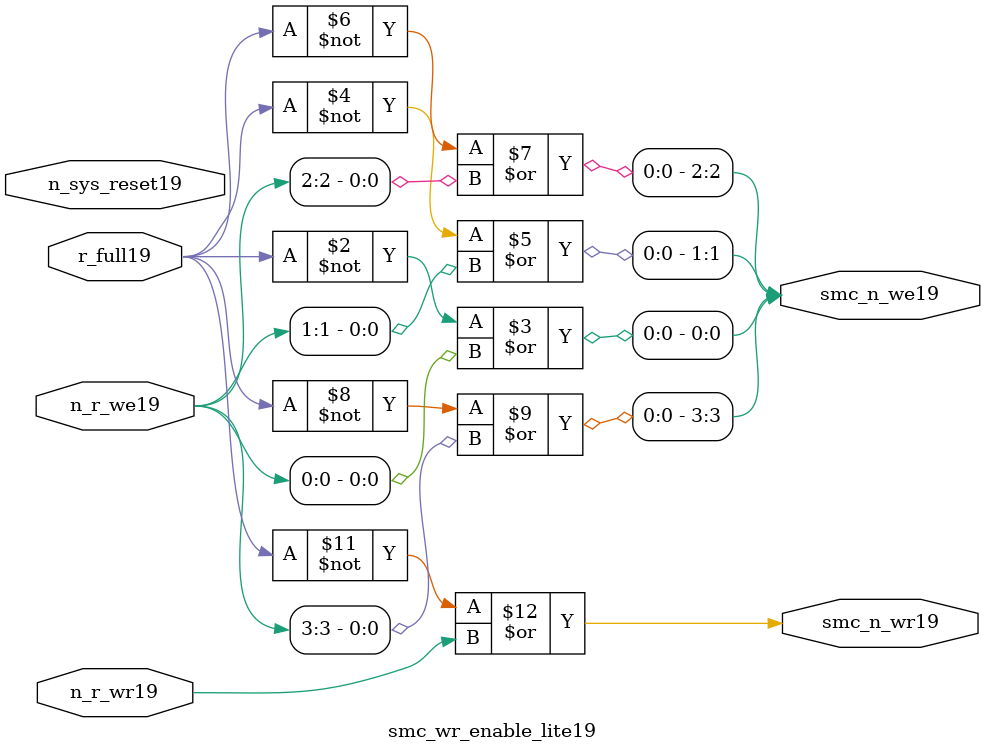
<source format=v>


  module smc_wr_enable_lite19 (

                      //inputs19                      

                      n_sys_reset19,
                      r_full19,
                      n_r_we19,
                      n_r_wr19,

                      //outputs19

                      smc_n_we19,
                      smc_n_wr19);

//I19/O19
   
   input             n_sys_reset19;   //system reset
   input             r_full19;    // Full cycle write strobe19
   input [3:0]       n_r_we19;    //write enable from smc_strobe19
   input             n_r_wr19;    //write strobe19 from smc_strobe19
   output [3:0]      smc_n_we19;  // write enable (active low19)
   output            smc_n_wr19;  // write strobe19 (active low19)
   
   
//output reg declaration19.
   
   reg [3:0]          smc_n_we19;
   reg                smc_n_wr19;

//----------------------------------------------------------------------
// negedge strobes19 with clock19.
//----------------------------------------------------------------------
      

//----------------------------------------------------------------------
      
//--------------------------------------------------------------------
// Gate19 Write strobes19 with clock19.
//--------------------------------------------------------------------

  always @(r_full19 or n_r_we19)
  
  begin
  
     smc_n_we19[0] = ((~r_full19  ) | n_r_we19[0] );

     smc_n_we19[1] = ((~r_full19  ) | n_r_we19[1] );

     smc_n_we19[2] = ((~r_full19  ) | n_r_we19[2] );

     smc_n_we19[3] = ((~r_full19  ) | n_r_we19[3] );

  
  end

//--------------------------------------------------------------------   
//write strobe19 generation19
//--------------------------------------------------------------------   

  always @(n_r_wr19 or r_full19 )
  
     begin
  
        smc_n_wr19 = ((~r_full19 ) | n_r_wr19 );
       
     end

endmodule // smc_wr_enable19


</source>
